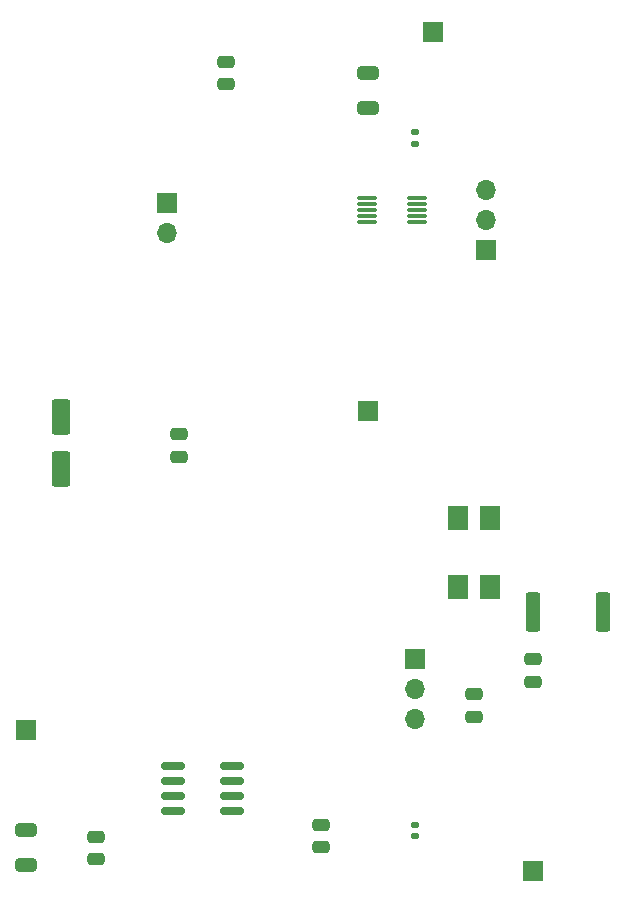
<source format=gbr>
%TF.GenerationSoftware,KiCad,Pcbnew,8.0.4*%
%TF.CreationDate,2024-08-01T00:21:54+02:00*%
%TF.ProjectId,new-signal-gen,6e65772d-7369-4676-9e61-6c2d67656e2e,rev?*%
%TF.SameCoordinates,Original*%
%TF.FileFunction,Soldermask,Top*%
%TF.FilePolarity,Negative*%
%FSLAX46Y46*%
G04 Gerber Fmt 4.6, Leading zero omitted, Abs format (unit mm)*
G04 Created by KiCad (PCBNEW 8.0.4) date 2024-08-01 00:21:54*
%MOMM*%
%LPD*%
G01*
G04 APERTURE LIST*
G04 Aperture macros list*
%AMRoundRect*
0 Rectangle with rounded corners*
0 $1 Rounding radius*
0 $2 $3 $4 $5 $6 $7 $8 $9 X,Y pos of 4 corners*
0 Add a 4 corners polygon primitive as box body*
4,1,4,$2,$3,$4,$5,$6,$7,$8,$9,$2,$3,0*
0 Add four circle primitives for the rounded corners*
1,1,$1+$1,$2,$3*
1,1,$1+$1,$4,$5*
1,1,$1+$1,$6,$7*
1,1,$1+$1,$8,$9*
0 Add four rect primitives between the rounded corners*
20,1,$1+$1,$2,$3,$4,$5,0*
20,1,$1+$1,$4,$5,$6,$7,0*
20,1,$1+$1,$6,$7,$8,$9,0*
20,1,$1+$1,$8,$9,$2,$3,0*%
G04 Aperture macros list end*
%ADD10R,1.700000X1.700000*%
%ADD11O,1.700000X1.700000*%
%ADD12RoundRect,0.250000X-0.550000X1.250000X-0.550000X-1.250000X0.550000X-1.250000X0.550000X1.250000X0*%
%ADD13RoundRect,0.250000X-0.475000X0.250000X-0.475000X-0.250000X0.475000X-0.250000X0.475000X0.250000X0*%
%ADD14RoundRect,0.135000X-0.185000X0.135000X-0.185000X-0.135000X0.185000X-0.135000X0.185000X0.135000X0*%
%ADD15RoundRect,0.250000X0.475000X-0.250000X0.475000X0.250000X-0.475000X0.250000X-0.475000X-0.250000X0*%
%ADD16RoundRect,0.250000X0.650000X-0.325000X0.650000X0.325000X-0.650000X0.325000X-0.650000X-0.325000X0*%
%ADD17R,1.700000X2.100000*%
%ADD18RoundRect,0.250000X0.362500X1.425000X-0.362500X1.425000X-0.362500X-1.425000X0.362500X-1.425000X0*%
%ADD19RoundRect,0.150000X-0.825000X-0.150000X0.825000X-0.150000X0.825000X0.150000X-0.825000X0.150000X0*%
%ADD20RoundRect,0.087500X-0.725000X-0.087500X0.725000X-0.087500X0.725000X0.087500X-0.725000X0.087500X0*%
%ADD21RoundRect,0.140000X-0.170000X0.140000X-0.170000X-0.140000X0.170000X-0.140000X0.170000X0.140000X0*%
%ADD22RoundRect,0.250000X-0.650000X0.325000X-0.650000X-0.325000X0.650000X-0.325000X0.650000X0.325000X0*%
G04 APERTURE END LIST*
D10*
%TO.C,J5*%
X127000000Y-75387500D03*
D11*
X127000000Y-77927500D03*
%TD*%
D12*
%TO.C,C11*%
X118000000Y-93487500D03*
X118000000Y-97887500D03*
%TD*%
D13*
%TO.C,C5*%
X153000000Y-117000000D03*
X153000000Y-118900000D03*
%TD*%
D14*
%TO.C,R1*%
X148000000Y-69367500D03*
X148000000Y-70387500D03*
%TD*%
D15*
%TO.C,C10*%
X132000000Y-65337500D03*
X132000000Y-63437500D03*
%TD*%
D16*
%TO.C,C9*%
X144000000Y-67362500D03*
X144000000Y-64412500D03*
%TD*%
D17*
%TO.C,X1*%
X154350000Y-107950000D03*
X154350000Y-102050000D03*
X151650000Y-102050000D03*
X151650000Y-107950000D03*
%TD*%
D18*
%TO.C,R2*%
X163925000Y-110000000D03*
X158000000Y-110000000D03*
%TD*%
D10*
%TO.C,J4*%
X158000000Y-132000000D03*
%TD*%
%TO.C,J6*%
X149500000Y-60887500D03*
%TD*%
D13*
%TO.C,C1*%
X121000000Y-129050000D03*
X121000000Y-130950000D03*
%TD*%
%TO.C,C3*%
X140000000Y-128050000D03*
X140000000Y-129950000D03*
%TD*%
D19*
%TO.C,U2*%
X127525000Y-123095000D03*
X127525000Y-124365000D03*
X127525000Y-125635000D03*
X127525000Y-126905000D03*
X132475000Y-126905000D03*
X132475000Y-125635000D03*
X132475000Y-124365000D03*
X132475000Y-123095000D03*
%TD*%
D10*
%TO.C,J1*%
X154000000Y-79387500D03*
D11*
X154000000Y-76847500D03*
X154000000Y-74307500D03*
%TD*%
D20*
%TO.C,U1*%
X143887500Y-75000000D03*
X143887500Y-75500000D03*
X143887500Y-76000000D03*
X143887500Y-76500000D03*
X143887500Y-77000000D03*
X148112500Y-77000000D03*
X148112500Y-76500000D03*
X148112500Y-76000000D03*
X148112500Y-75500000D03*
X148112500Y-75000000D03*
%TD*%
D10*
%TO.C,J2*%
X148000000Y-114000000D03*
D11*
X148000000Y-116540000D03*
X148000000Y-119080000D03*
%TD*%
D21*
%TO.C,C4*%
X148000000Y-128040000D03*
X148000000Y-129000000D03*
%TD*%
D22*
%TO.C,C2*%
X115000000Y-128525000D03*
X115000000Y-131475000D03*
%TD*%
D13*
%TO.C,C6*%
X158000000Y-114050000D03*
X158000000Y-115950000D03*
%TD*%
D15*
%TO.C,C8*%
X128000000Y-96887500D03*
X128000000Y-94987500D03*
%TD*%
D10*
%TO.C,J3*%
X144000000Y-93000000D03*
%TD*%
%TO.C,J7*%
X115000000Y-120000000D03*
%TD*%
M02*

</source>
